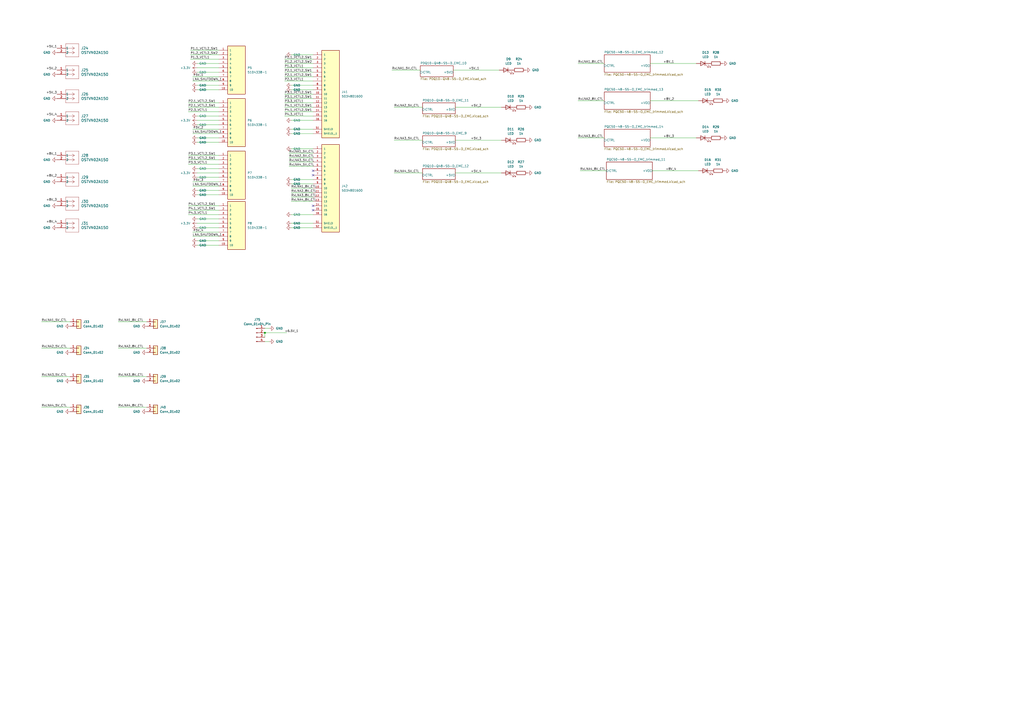
<source format=kicad_sch>
(kicad_sch (version 20231120) (generator "eeschema") (generator_version "8.0")
  (paper "A2")
  (lib_symbols
    (symbol "2024-02-14_22-22-09:OSTVN02A150" (pin_names (offset 0.254))
      (property "Reference" "J" (at 8.89 6.35 0))
      (property "Value" "OSTVN02A150" (at 5.08 -6.35 0))
      (symbol "OSTVN02A150_1_1"
        (polyline (pts (xy 5.08 -5.08) (xy 12.7 -5.08)) (stroke (width 0.127)))
        (polyline (pts (xy 5.08 2.54) (xy 5.08 -5.08)) (stroke (width 0.127)))
        (polyline (pts (xy 10.16 -2.54) (xy 5.08 -2.54)) (stroke (width 0.127)))
        (polyline (pts (xy 10.16 -2.54) (xy 8.89 -3.3867)) (stroke (width 0.127)))
        (polyline (pts (xy 10.16 -2.54) (xy 8.89 -1.6933)) (stroke (width 0.127)))
        (polyline (pts (xy 10.16 0) (xy 5.08 0)) (stroke (width 0.127)))
        (polyline (pts (xy 10.16 0) (xy 8.89 -0.8467)) (stroke (width 0.127)))
        (polyline (pts (xy 10.16 0) (xy 8.89 0.8467)) (stroke (width 0.127)))
        (polyline (pts (xy 12.7 -5.08) (xy 12.7 2.54)) (stroke (width 0.127)))
        (polyline (pts (xy 12.7 2.54) (xy 5.08 2.54)) (stroke (width 0.127)))
        (pin unspecified line (at 0 0 0) (length 5.08) (name "1") (number "1"))
        (pin unspecified line (at 0 -2.54 0) (length 5.08) (name "2") (number "2"))
      )
      (symbol "OSTVN02A150_1_2"
        (polyline (pts (xy 5.08 -5.08) (xy 12.7 -5.08)) (stroke (width 0.127)))
        (polyline (pts (xy 5.08 2.54) (xy 5.08 -5.08)) (stroke (width 0.127)))
        (polyline (pts (xy 7.62 -2.54) (xy 5.08 -2.54)) (stroke (width 0.127)))
        (polyline (pts (xy 7.62 -2.54) (xy 8.89 -3.3867)) (stroke (width 0.127)))
        (polyline (pts (xy 7.62 -2.54) (xy 8.89 -1.6933)) (stroke (width 0.127)))
        (polyline (pts (xy 7.62 0) (xy 5.08 0)) (stroke (width 0.127)))
        (polyline (pts (xy 7.62 0) (xy 8.89 -0.8467)) (stroke (width 0.127)))
        (polyline (pts (xy 7.62 0) (xy 8.89 0.8467)) (stroke (width 0.127)))
        (polyline (pts (xy 12.7 -5.08) (xy 12.7 2.54)) (stroke (width 0.127)))
        (polyline (pts (xy 12.7 2.54) (xy 5.08 2.54)) (stroke (width 0.127)))
        (pin unspecified line (at 0 0 0) (length 5.08) (name "1") (number "1"))
        (pin unspecified line (at 0 -2.54 0) (length 5.08) (name "2") (number "2"))
      )
    )
    (symbol "BCRL_power_supply:5034801600" (pin_names (offset 1.016))
      (property "Reference" "J" (at -5.08 24.13 0))
      (property "Value" "5034801600" (at -5.08 -30.48 0))
      (symbol "5034801600_0_0"
        (rectangle (start -5.08 -27.94) (end 5.08 22.86) (stroke (width 0.254)) (fill (type background)))
        (pin passive line (at -10.16 20.32 0) (length 5.08) (name "1") (number "1"))
        (pin passive line (at -10.16 -2.54 0) (length 5.08) (name "10") (number "10"))
        (pin passive line (at -10.16 -5.08 0) (length 5.08) (name "11") (number "11"))
        (pin passive line (at -10.16 -7.62 0) (length 5.08) (name "12") (number "12"))
        (pin passive line (at -10.16 -10.16 0) (length 5.08) (name "13") (number "13"))
        (pin passive line (at -10.16 -12.7 0) (length 5.08) (name "14") (number "14"))
        (pin passive line (at -10.16 -15.24 0) (length 5.08) (name "15") (number "15"))
        (pin passive line (at -10.16 -17.78 0) (length 5.08) (name "16") (number "16"))
        (pin passive line (at -10.16 17.78 0) (length 5.08) (name "2") (number "2"))
        (pin passive line (at -10.16 15.24 0) (length 5.08) (name "3") (number "3"))
        (pin passive line (at -10.16 12.7 0) (length 5.08) (name "4") (number "4"))
        (pin passive line (at -10.16 10.16 0) (length 5.08) (name "5") (number "5"))
        (pin passive line (at -10.16 7.62 0) (length 5.08) (name "6") (number "6"))
        (pin passive line (at -10.16 5.08 0) (length 5.08) (name "7") (number "7"))
        (pin passive line (at -10.16 2.54 0) (length 5.08) (name "8") (number "8"))
        (pin passive line (at -10.16 0 0) (length 5.08) (name "9") (number "9"))
        (pin passive line (at -10.16 -22.86 0) (length 5.08) (name "SHIELD") (number "S1"))
        (pin passive line (at -10.16 -25.4 0) (length 5.08) (name "SHIELD__1") (number "S2"))
      )
    )
    (symbol "BCRL_power_supply:5104338-1" (pin_names (offset 1.016))
      (property "Reference" "J" (at -5.58 15.24 0))
      (property "Value" "5104338-1" (at -5.08 -15.24 0))
      (symbol "5104338-1_0_0"
        (rectangle (start -5.08 -12.7) (end 5.08 15.24) (stroke (width 0.254)) (fill (type background)))
        (pin passive line (at -10.16 12.7 0) (length 5.08) (name "1") (number "1"))
        (pin passive line (at -10.16 -10.16 0) (length 5.08) (name "10") (number "10"))
        (pin passive line (at -10.16 10.16 0) (length 5.08) (name "2") (number "2"))
        (pin passive line (at -10.16 7.62 0) (length 5.08) (name "3") (number "3"))
        (pin passive line (at -10.16 5.08 0) (length 5.08) (name "4") (number "4"))
        (pin passive line (at -10.16 2.54 0) (length 5.08) (name "5") (number "5"))
        (pin passive line (at -10.16 0 0) (length 5.08) (name "6") (number "6"))
        (pin passive line (at -10.16 -2.54 0) (length 5.08) (name "7") (number "7"))
        (pin passive line (at -10.16 -5.08 0) (length 5.08) (name "8") (number "8"))
        (pin passive line (at -10.16 -7.62 0) (length 5.08) (name "9") (number "9"))
      )
    )
    (symbol "Connector:Conn_01x04_Pin" (pin_names (offset 1.016) hide)
      (property "Reference" "J" (at 0 5.08 0))
      (property "Value" "Conn_01x04_Pin" (at 0 -7.62 0))
      (symbol "Conn_01x04_Pin_1_1"
        (polyline (pts (xy 1.27 -5.08) (xy 0.8636 -5.08)) (stroke (width 0.1524)))
        (polyline (pts (xy 1.27 -2.54) (xy 0.8636 -2.54)) (stroke (width 0.1524)))
        (polyline (pts (xy 1.27 0) (xy 0.8636 0)) (stroke (width 0.1524)))
        (polyline (pts (xy 1.27 2.54) (xy 0.8636 2.54)) (stroke (width 0.1524)))
        (rectangle (start 0.8636 -4.953) (end 0 -5.207) (stroke (width 0.1524)) (fill (type outline)))
        (rectangle (start 0.8636 -2.413) (end 0 -2.667) (stroke (width 0.1524)) (fill (type outline)))
        (rectangle (start 0.8636 0.127) (end 0 -0.127) (stroke (width 0.1524)) (fill (type outline)))
        (rectangle (start 0.8636 2.667) (end 0 2.413) (stroke (width 0.1524)) (fill (type outline)))
        (pin passive line (at 5.08 2.54 180) (length 3.81) (name "Pin_1") (number "1"))
        (pin passive line (at 5.08 0 180) (length 3.81) (name "Pin_2") (number "2"))
        (pin passive line (at 5.08 -2.54 180) (length 3.81) (name "Pin_3") (number "3"))
        (pin passive line (at 5.08 -5.08 180) (length 3.81) (name "Pin_4") (number "4"))
      )
    )
    (symbol "Connector_Generic:Conn_01x02" (pin_names (offset 1.016) hide)
      (property "Reference" "J" (at 0 2.54 0))
      (property "Value" "Conn_01x02" (at 0 -5.08 0))
      (symbol "Conn_01x02_1_1"
        (rectangle (start -1.27 -2.413) (end 0 -2.667) (stroke (width 0.1524)))
        (rectangle (start -1.27 0.127) (end 0 -0.127) (stroke (width 0.1524)))
        (rectangle (start -1.27 1.27) (end 1.27 -3.81) (stroke (width 0.254)) (fill (type background)))
        (pin passive line (at -5.08 0 0) (length 3.81) (name "Pin_1") (number "1"))
        (pin passive line (at -5.08 -2.54 0) (length 3.81) (name "Pin_2") (number "2"))
      )
    )
    (symbol "Device:LED" (pin_numbers hide) (pin_names (offset 1.016) hide)
      (property "Reference" "D" (at 0 2.54 0))
      (property "Value" "LED" (at 0 -2.54 0))
      (symbol "LED_0_1"
        (polyline (pts (xy -1.27 -1.27) (xy -1.27 1.27)) (stroke (width 0.254)))
        (polyline (pts (xy -1.27 0) (xy 1.27 0)))
        (polyline (pts (xy 1.27 -1.27) (xy 1.27 1.27) (xy -1.27 0) (xy 1.27 -1.27)) (stroke (width 0.254)))
        (polyline (pts (xy -3.048 -0.762) (xy -4.572 -2.286) (xy -3.81 -2.286) (xy -4.572 -2.286) (xy -4.572 -1.524)))
        (polyline (pts (xy -1.778 -0.762) (xy -3.302 -2.286) (xy -2.54 -2.286) (xy -3.302 -2.286) (xy -3.302 -1.524)))
      )
      (symbol "LED_1_1"
        (pin passive line (at -3.81 0 0) (length 2.54) (name "K") (number "1"))
        (pin passive line (at 3.81 0 180) (length 2.54) (name "A") (number "2"))
      )
    )
    (symbol "Device:R" (pin_numbers hide) (pin_names (offset 0))
      (property "Reference" "R" (at 2.032 0 90))
      (property "Value" "R" (at 0 0 90))
      (symbol "R_0_1"
        (rectangle (start -1.016 -2.54) (end 1.016 2.54) (stroke (width 0.254)))
      )
      (symbol "R_1_1"
        (pin passive line (at 0 3.81 270) (length 1.27) (name "~") (number "1"))
        (pin passive line (at 0 -3.81 90) (length 1.27) (name "~") (number "2"))
      )
    )
    (symbol "power:+3.3V" (power) (pin_names (offset 0))
      (property "Value" "+3.3V" (at 0 3.556 0))
      (symbol "+3.3V_0_1"
        (polyline (pts (xy -0.762 1.27) (xy 0 2.54)))
        (polyline (pts (xy 0 0) (xy 0 2.54)))
        (polyline (pts (xy 0 2.54) (xy 0.762 1.27)))
      )
      (symbol "+3.3V_1_1"
        (pin power_in line (at 0 0 90) (length 0) hide (name "+3.3V") (number "1"))
      )
    )
    (symbol "power:GND" (power) (pin_names (offset 0))
      (property "Value" "GND" (at 0 -3.81 0))
      (symbol "GND_0_1"
        (polyline (pts (xy 0 0) (xy 0 -1.27) (xy 1.27 -1.27) (xy 0 -2.54) (xy -1.27 -1.27) (xy 0 -1.27)))
      )
      (symbol "GND_1_1"
        (pin power_in line (at 0 0 270) (length 0) hide (name "GND") (number "1"))
      )
    )
  )
  (junction (at 153.67 193.04))
  (no_connect (at 181.61 121.92))
  (no_connect (at 181.61 119.38))
  (no_connect (at 181.61 99.06))
  (no_connect (at 181.61 101.6))
  (wire (pts (xy 109.22 92.71) (xy 127 92.71)))
  (wire (pts (xy 111.76 46.99) (xy 127 46.99)))
  (wire (pts (xy 24.13 236.22) (xy 40.64 236.22)))
  (wire (pts (xy 111.76 107.95) (xy 127 107.95)))
  (wire (pts (xy 68.58 201.93) (xy 85.09 201.93)))
  (wire (pts (xy 68.58 218.44) (xy 85.09 218.44)))
  (wire (pts (xy 168.91 52.07) (xy 181.61 52.07)))
  (wire (pts (xy 264.16 62.23) (xy 290.83 62.23)))
  (wire (pts (xy 111.76 105.41) (xy 127 105.41)))
  (wire (pts (xy 114.3 132.08) (xy 127 132.08)))
  (wire (pts (xy 165.1 57.15) (xy 181.61 57.15)))
  (wire (pts (xy 165.1 64.77) (xy 181.61 64.77)))
  (wire (pts (xy 335.28 36.83) (xy 350.52 36.83)))
  (wire (pts (xy 68.58 236.22) (xy 85.09 236.22)))
  (wire (pts (xy 114.3 36.83) (xy 127 36.83)))
  (wire (pts (xy 264.16 100.33) (xy 290.83 100.33)))
  (wire (pts (xy 110.49 29.21) (xy 127 29.21)))
  (wire (pts (xy 110.49 34.29) (xy 127 34.29)))
  (wire (pts (xy 110.49 31.75) (xy 127 31.75)))
  (wire (pts (xy 168.91 116.84) (xy 181.61 116.84)))
  (wire (pts (xy 114.3 80.01) (xy 127 80.01)))
  (wire (pts (xy 109.22 90.17) (xy 127 90.17)))
  (wire (pts (xy 114.3 113.03) (xy 127 113.03)))
  (wire (pts (xy 165.1 54.61) (xy 181.61 54.61)))
  (wire (pts (xy 378.46 99.06) (xy 405.13 99.06)))
  (wire (pts (xy 167.64 93.98) (xy 181.61 93.98)))
  (wire (pts (xy 68.58 186.69) (xy 85.09 186.69)))
  (wire (pts (xy 114.3 129.54) (xy 127 129.54)))
  (wire (pts (xy 111.76 137.16) (xy 127 137.16)))
  (wire (pts (xy 168.91 31.75) (xy 181.61 31.75)))
  (wire (pts (xy 264.16 81.28) (xy 290.83 81.28)))
  (wire (pts (xy 114.3 97.79) (xy 127 97.79)))
  (wire (pts (xy 111.76 44.45) (xy 127 44.45)))
  (wire (pts (xy 165.1 34.29) (xy 181.61 34.29)))
  (wire (pts (xy 114.3 100.33) (xy 127 100.33)))
  (wire (pts (xy 228.6 62.23) (xy 245.11 62.23)))
  (wire (pts (xy 109.22 119.38) (xy 127 119.38)))
  (wire (pts (xy 109.22 62.23) (xy 127 62.23)))
  (wire (pts (xy 168.91 104.14) (xy 181.61 104.14)))
  (wire (pts (xy 168.91 86.36) (xy 181.61 86.36)))
  (wire (pts (xy 168.91 77.47) (xy 181.61 77.47)))
  (wire (pts (xy 109.22 59.69) (xy 127 59.69)))
  (wire (pts (xy 111.76 77.47) (xy 127 77.47)))
  (wire (pts (xy 156.21 190.5) (xy 153.67 190.5)))
  (wire (pts (xy 168.91 106.68) (xy 181.61 106.68)))
  (wire (pts (xy 153.67 193.04) (xy 166.37 193.04)))
  (wire (pts (xy 165.1 36.83) (xy 181.61 36.83)))
  (wire (pts (xy 114.3 82.55) (xy 127 82.55)))
  (wire (pts (xy 168.91 111.76) (xy 181.61 111.76)))
  (wire (pts (xy 114.3 102.87) (xy 127 102.87)))
  (wire (pts (xy 114.3 41.91) (xy 127 41.91)))
  (wire (pts (xy 167.64 96.52) (xy 181.61 96.52)))
  (wire (pts (xy 114.3 67.31) (xy 127 67.31)))
  (wire (pts (xy 168.91 124.46) (xy 181.61 124.46)))
  (wire (pts (xy 111.76 74.93) (xy 127 74.93)))
  (wire (pts (xy 111.76 134.62) (xy 127 134.62)))
  (wire (pts (xy 114.3 49.53) (xy 127 49.53)))
  (wire (pts (xy 165.1 41.91) (xy 181.61 41.91)))
  (wire (pts (xy 114.3 52.07) (xy 127 52.07)))
  (wire (pts (xy 262.89 40.64) (xy 289.56 40.64)))
  (wire (pts (xy 335.28 80.01) (xy 350.52 80.01)))
  (wire (pts (xy 377.19 58.42) (xy 405.13 58.42)))
  (wire (pts (xy 168.91 74.93) (xy 181.61 74.93)))
  (wire (pts (xy 114.3 72.39) (xy 127 72.39)))
  (wire (pts (xy 168.91 129.54) (xy 181.61 129.54)))
  (wire (pts (xy 168.91 114.3) (xy 181.61 114.3)))
  (wire (pts (xy 167.64 91.44) (xy 181.61 91.44)))
  (wire (pts (xy 114.3 69.85) (xy 127 69.85)))
  (wire (pts (xy 168.91 49.53) (xy 181.61 49.53)))
  (wire (pts (xy 228.6 81.28) (xy 245.11 81.28)))
  (wire (pts (xy 168.91 69.85) (xy 181.61 69.85)))
  (wire (pts (xy 165.1 62.23) (xy 181.61 62.23)))
  (wire (pts (xy 109.22 64.77) (xy 127 64.77)))
  (wire (pts (xy 114.3 39.37) (xy 127 39.37)))
  (wire (pts (xy 109.22 124.46) (xy 127 124.46)))
  (wire (pts (xy 377.19 80.01) (xy 403.86 80.01)))
  (wire (pts (xy 24.13 201.93) (xy 40.64 201.93)))
  (wire (pts (xy 165.1 44.45) (xy 181.61 44.45)))
  (wire (pts (xy 165.1 46.99) (xy 181.61 46.99)))
  (wire (pts (xy 114.3 110.49) (xy 127 110.49)))
  (wire (pts (xy 114.3 127) (xy 127 127)))
  (wire (pts (xy 24.13 218.44) (xy 40.64 218.44)))
  (wire (pts (xy 377.19 36.83) (xy 403.86 36.83)))
  (wire (pts (xy 165.1 67.31) (xy 181.61 67.31)))
  (wire (pts (xy 228.6 100.33) (xy 245.11 100.33)))
  (wire (pts (xy 153.67 195.58) (xy 153.67 193.04)))
  (wire (pts (xy 165.1 39.37) (xy 181.61 39.37)))
  (wire (pts (xy 114.3 139.7) (xy 127 139.7)))
  (wire (pts (xy 109.22 121.92) (xy 127 121.92)))
  (wire (pts (xy 109.22 95.25) (xy 127 95.25)))
  (wire (pts (xy 168.91 132.08) (xy 181.61 132.08)))
  (wire (pts (xy 227.33 40.64) (xy 243.84 40.64)))
  (wire (pts (xy 156.21 198.12) (xy 153.67 198.12)))
  (wire (pts (xy 167.64 88.9) (xy 181.61 88.9)))
  (wire (pts (xy 114.3 142.24) (xy 127 142.24)))
  (wire (pts (xy 24.13 186.69) (xy 40.64 186.69)))
  (wire (pts (xy 335.28 58.42) (xy 350.52 58.42)))
  (wire (pts (xy 165.1 59.69) (xy 181.61 59.69)))
  (wire (pts (xy 168.91 109.22) (xy 181.61 109.22)))
  (wire (pts (xy 336.55 99.06) (xy 351.79 99.06)))
  (label "+8V_4" (at 386.08 99.06 0))
  (label "+8V_2" (at 384.81 58.42 0))
  (label "P1.1_VCTL2_SW1" (at 165.1 34.29 0))
  (label "RxLNA1_8V_CTL" (at 68.58 186.69 0))
  (label "+5V_2" (at 273.05 62.23 0))
  (label "RxLNA4_8V_CTL" (at 168.91 116.84 0))
  (label "+5V_4" (at 273.05 100.33 0))
  (label "+5V_3" (at 111.76 105.41 0))
  (label "RxLNA2_8V_CTL" (at 68.58 201.93 0))
  (label "P3.1_VCTL2_SW1" (at 109.22 92.71 0))
  (label "RxLNA4_8V_CTL" (at 336.55 99.06 0))
  (label "P4.1_VCTL2_SW1" (at 165.1 62.23 0))
  (label "+5V_2" (at 33.02 40.64 180))
  (label "P1.2_VCTL2_SW2" (at 110.49 31.75 0))
  (label "P2.3_VCTL1" (at 165.1 46.99 0))
  (label "+5V_1" (at 111.76 44.45 0))
  (label "P2.3_VCTL1" (at 109.22 64.77 0))
  (label "P3.1_VCTL2_SW1" (at 109.22 90.17 0))
  (label "P4.1_VCTL2_SW1" (at 165.1 64.77 0))
  (label "RxLNA2_8V_CTL" (at 168.91 111.76 0))
  (label "+6.5V_1" (at 165.1 193.04 0))
  (label "+5V_2" (at 111.76 74.93 0))
  (label "P3.3_VCTL1" (at 109.22 95.25 0))
  (label "+8V_3" (at 33.02 116.84 180))
  (label "RxLNA4_5V_CTL" (at 24.13 236.22 0))
  (label "P2.1_VCTL2_SW1" (at 165.1 41.91 0))
  (label "RxLNA3_8V_CTL" (at 335.28 80.01 0))
  (label "LNA_SHUTDOWN_1" (at 111.76 137.16 0))
  (label "LNA_SHUTDOWN_1" (at 111.76 77.47 0))
  (label "LNA_SHUTDOWN_1" (at 111.76 46.99 0))
  (label "P1.2_VCTL2_SW2" (at 165.1 36.83 0))
  (label "P1.1_VCTL2_SW1" (at 110.49 29.21 0))
  (label "RxLNA1_8V_CTL" (at 168.91 109.22 0))
  (label "RxLNA3_5V_CTL" (at 167.64 93.98 0))
  (label "P2.1_VCTL2_SW1" (at 109.22 59.69 0))
  (label "+5V_3" (at 273.05 81.28 0))
  (label "RxLNA1_5V_CTL" (at 24.13 186.69 0))
  (label "P3.1_VCTL2_SW1" (at 165.1 57.15 0))
  (label "RxLNA1_5V_CTL" (at 167.64 88.9 0))
  (label "+5V_4" (at 33.02 67.31 180))
  (label "RxLNA4_5V_CTL" (at 167.64 96.52 0))
  (label "RxLNA1_8V_CTL" (at 335.28 36.83 0))
  (label "RxLNA3_8V_CTL" (at 168.91 114.3 0))
  (label "P1.3_VCTL1" (at 110.49 34.29 0))
  (label "P4.1_VCTL2_SW1" (at 109.22 119.38 0))
  (label "P4.3_VCTL1" (at 109.22 124.46 0))
  (label "+8V_2" (at 33.02 102.87 180))
  (label "RxLNA3_5V_CTL" (at 24.13 218.44 0))
  (label "P2.1_VCTL2_SW1" (at 165.1 44.45 0))
  (label "RxLNA4_8V_CTL" (at 68.58 236.22 0))
  (label "P3.3_VCTL1" (at 165.1 59.69 0))
  (label "P4.1_VCTL2_SW1" (at 109.22 121.92 0))
  (label "+5V_1" (at 33.02 27.94 180))
  (label "LNA_SHUTDOWN_1" (at 111.76 107.95 0))
  (label "RxLNA3_8V_CTL" (at 68.58 218.44 0))
  (label "+5V_3" (at 33.02 54.61 180))
  (label "P3.1_VCTL2_SW1" (at 165.1 54.61 0))
  (label "+8V_1" (at 33.02 90.17 180))
  (label "RxLNA2_8V_CTL" (at 335.28 58.42 0))
  (label "+5V_1" (at 271.78 40.64 0))
  (label "+8V_3" (at 384.81 80.01 0))
  (label "RxLNA3_5V_CTL" (at 228.6 81.28 0))
  (label "RxLNA2_5V_CTL" (at 24.13 201.93 0))
  (label "P4.3_VCTL1" (at 165.1 67.31 0))
  (label "RxLNA4_5V_CTL" (at 228.6 100.33 0))
  (label "RxLNA2_5V_CTL" (at 228.6 62.23 0))
  (label "P1.3_VCTL1" (at 165.1 39.37 0))
  (label "+5V_4" (at 111.76 134.62 0))
  (label "P2.1_VCTL2_SW1" (at 109.22 62.23 0))
  (label "RxLNA1_5V_CTL" (at 227.33 40.64 0))
  (label "RxLNA2_5V_CTL" (at 167.64 91.44 0))
  (label "+8V_4" (at 33.02 129.54 180))
  (label "+8V_1" (at 384.81 36.83 0))
  (symbol (lib_id "BCRL_power_supply:5104338-1") (at 137.16 72.39 0) (unit 1)
    (property "Reference" "P6" (at 143.51 69.85 0) (effects (justify left)))
    (property "Value" "5104338-1" (at 143.51 72.39 0) (effects (justify left)))
    (property "Footprint" "BCRL_power_supply:TE_5104338-1" (effects (hide yes)))
    (property "PARTREV" "R" (effects (hide yes)))
    (property "MANUFACTURER" "TE" (effects (hide yes)))
  )
  (symbol (lib_id "power:GND") (at 33.02 132.08 270) (unit 1)
    (property "Reference" "#PWR088" (effects (hide yes)))
    (property "Value" "GND" (at 29.21 132.08 90) (effects (justify right)))
  )
  (symbol (lib_id "Connector_Generic:Conn_01x02") (at 45.72 218.44 0) (unit 1)
    (property "Reference" "J35" (at 48.26 218.44 0) (effects (justify left)))
    (property "Value" "Conn_01x02" (at 48.26 220.98 0) (effects (justify left)))
    (property "Footprint" "Connector_PinHeader_2.54mm:PinHeader_1x02_P2.54mm_Vertical" (effects (hide yes)))
  )
  (symbol (lib_id "Device:R") (at 302.26 81.28 270) (mirror x) (unit 1)
    (property "Reference" "R26" (at 302.26 74.93 90))
    (property "Value" "1k" (at 302.26 77.47 90))
    (property "Footprint" "Resistor_SMD:R_0603_1608Metric" (effects (hide yes)))
  )
  (symbol (lib_id "Connector_Generic:Conn_01x02") (at 90.17 201.93 0) (unit 1)
    (property "Reference" "J38" (at 92.71 201.93 0) (effects (justify left)))
    (property "Value" "Conn_01x02" (at 92.71 204.47 0) (effects (justify left)))
    (property "Footprint" "Connector_PinHeader_2.54mm:PinHeader_1x02_P2.54mm_Vertical" (effects (hide yes)))
  )
  (symbol (lib_id "Device:LED") (at 408.94 99.06 0) (mirror y) (unit 1)
    (property "Reference" "D16" (at 410.5275 92.71 0))
    (property "Value" "LED" (at 410.5275 95.25 0))
    (property "Footprint" "LED_SMD:LED_0603_1608Metric" (effects (hide yes)))
  )
  (symbol (lib_id "power:GND") (at 168.91 129.54 270) (unit 1)
    (property "Reference" "#PWR0120" (effects (hide yes)))
    (property "Value" "GND" (at 170.18 129.54 90) (effects (justify left)))
  )
  (symbol (lib_id "power:GND") (at 114.3 132.08 270) (unit 1)
    (property "Reference" "#PWR0109" (effects (hide yes)))
    (property "Value" "GND" (at 115.57 132.08 90) (effects (justify left)))
  )
  (symbol (lib_id "power:GND") (at 85.09 220.98 270) (unit 1)
    (property "Reference" "#PWR096" (effects (hide yes)))
    (property "Value" "GND" (at 81.28 220.98 90) (effects (justify right)))
  )
  (symbol (lib_id "power:GND") (at 168.91 124.46 270) (unit 1)
    (property "Reference" "#PWR0119" (effects (hide yes)))
    (property "Value" "GND" (at 170.18 124.46 90) (effects (justify left)))
  )
  (symbol (lib_id "power:GND") (at 156.21 190.5 90) (unit 1)
    (property "Reference" "#PWR0258" (effects (hide yes)))
    (property "Value" "GND" (at 160.02 190.5 90) (effects (justify right)))
  )
  (symbol (lib_id "power:GND") (at 114.3 80.01 270) (unit 1)
    (property "Reference" "#PWR0262" (effects (hide yes)))
    (property "Value" "GND" (at 115.57 80.01 90) (effects (justify left)))
  )
  (symbol (lib_id "power:GND") (at 168.91 106.68 270) (unit 1)
    (property "Reference" "#PWR0118" (effects (hide yes)))
    (property "Value" "GND" (at 170.18 106.68 90) (effects (justify left)))
  )
  (symbol (lib_id "power:GND") (at 114.3 102.87 270) (unit 1)
    (property "Reference" "#PWR0106" (effects (hide yes)))
    (property "Value" "GND" (at 115.57 102.87 90) (effects (justify left)))
  )
  (symbol (lib_id "power:GND") (at 168.91 86.36 270) (unit 1)
    (property "Reference" "#PWR0116" (effects (hide yes)))
    (property "Value" "GND" (at 170.18 86.36 90) (effects (justify left)))
  )
  (symbol (lib_id "power:GND") (at 114.3 36.83 270) (unit 1)
    (property "Reference" "#PWR098" (effects (hide yes)))
    (property "Value" "GND" (at 115.57 36.83 90) (effects (justify left)))
  )
  (symbol (lib_id "power:GND") (at 85.09 204.47 270) (unit 1)
    (property "Reference" "#PWR095" (effects (hide yes)))
    (property "Value" "GND" (at 81.28 204.47 90) (effects (justify right)))
  )
  (symbol (lib_id "Device:LED") (at 407.67 80.01 0) (mirror y) (unit 1)
    (property "Reference" "D14" (at 409.2575 73.66 0))
    (property "Value" "LED" (at 409.2575 76.2 0))
    (property "Footprint" "LED_SMD:LED_0603_1608Metric" (effects (hide yes)))
  )
  (symbol (lib_id "BCRL_power_supply:5034801600") (at 191.77 52.07 0) (unit 1)
    (property "Reference" "J41" (at 198.12 53.34 0) (effects (justify left)))
    (property "Value" "5034801600" (at 198.12 55.88 0) (effects (justify left)))
    (property "Footprint" "BCRL_power_supply:MOLEX_5034801600" (effects (hide yes)))
    (property "MAXIMUM_PACKAGE_HEIGHT" "1.87 mm" (effects (hide yes)))
    (property "MANUFACTURER" "Molex" (effects (hide yes)))
  )
  (symbol (lib_id "Connector_Generic:Conn_01x02") (at 90.17 236.22 0) (unit 1)
    (property "Reference" "J40" (at 92.71 236.22 0) (effects (justify left)))
    (property "Value" "Conn_01x02" (at 92.71 238.76 0) (effects (justify left)))
    (property "Footprint" "Connector_PinHeader_2.54mm:PinHeader_1x02_P2.54mm_Vertical" (effects (hide yes)))
  )
  (symbol (lib_id "power:+3.3V") (at 114.3 129.54 90) (unit 1)
    (property "Reference" "#PWR0108" (effects (hide yes)))
    (property "Value" "+3.3V" (at 110.49 129.54 90) (effects (justify left)))
  )
  (symbol (lib_id "power:GND") (at 114.3 113.03 270) (unit 1)
    (property "Reference" "#PWR0265" (effects (hide yes)))
    (property "Value" "GND" (at 115.57 113.03 90) (effects (justify left)))
  )
  (symbol (lib_id "Connector_Generic:Conn_01x02") (at 90.17 218.44 0) (unit 1)
    (property "Reference" "J39" (at 92.71 218.44 0) (effects (justify left)))
    (property "Value" "Conn_01x02" (at 92.71 220.98 0) (effects (justify left)))
    (property "Footprint" "Connector_PinHeader_2.54mm:PinHeader_1x02_P2.54mm_Vertical" (effects (hide yes)))
  )
  (symbol (lib_id "2024-02-14_22-22-09:OSTVN02A150") (at 33.02 129.54 0) (unit 1)
    (property "Reference" "J31" (at 46.99 129.54 0) (effects (font (size 1.524 1.524)) (justify left)))
    (property "Value" "OSTVN02A150" (at 46.99 132.08 0) (effects (font (size 1.524 1.524)) (justify left)))
    (property "Footprint" "BCRL_power_supply:CONN_OSTVN02A150_OST" (effects (hide yes)))
  )
  (symbol (lib_id "BCRL_power_supply:5104338-1") (at 137.16 132.08 0) (unit 1)
    (property "Reference" "P8" (at 143.51 129.54 0) (effects (justify left)))
    (property "Value" "5104338-1" (at 143.51 132.08 0) (effects (justify left)))
    (property "Footprint" "BCRL_power_supply:TE_5104338-1" (effects (hide yes)))
    (property "PARTREV" "R" (effects (hide yes)))
    (property "MANUFACTURER" "TE" (effects (hide yes)))
  )
  (symbol (lib_id "Device:R") (at 302.26 62.23 270) (mirror x) (unit 1)
    (property "Reference" "R25" (at 302.26 55.88 90))
    (property "Value" "1k" (at 302.26 58.42 90))
    (property "Footprint" "Resistor_SMD:R_0603_1608Metric" (effects (hide yes)))
  )
  (symbol (lib_id "power:+3.3V") (at 114.3 39.37 90) (unit 1)
    (property "Reference" "#PWR099" (effects (hide yes)))
    (property "Value" "+3.3V" (at 110.49 39.37 90) (effects (justify left)))
  )
  (symbol (lib_id "power:GND") (at 40.64 204.47 270) (unit 1)
    (property "Reference" "#PWR090" (effects (hide yes)))
    (property "Value" "GND" (at 36.83 204.47 90) (effects (justify right)))
  )
  (symbol (lib_id "2024-02-14_22-22-09:OSTVN02A150") (at 33.02 90.17 0) (unit 1)
    (property "Reference" "J28" (at 46.99 90.17 0) (effects (font (size 1.524 1.524)) (justify left)))
    (property "Value" "OSTVN02A150" (at 46.99 92.71 0) (effects (font (size 1.524 1.524)) (justify left)))
    (property "Footprint" "BCRL_power_supply:CONN_OSTVN02A150_OST" (effects (hide yes)))
  )
  (symbol (lib_id "Connector_Generic:Conn_01x02") (at 45.72 201.93 0) (unit 1)
    (property "Reference" "J34" (at 48.26 201.93 0) (effects (justify left)))
    (property "Value" "Conn_01x02" (at 48.26 204.47 0) (effects (justify left)))
    (property "Footprint" "Connector_PinHeader_2.54mm:PinHeader_1x02_P2.54mm_Vertical" (effects (hide yes)))
  )
  (symbol (lib_id "power:GND") (at 114.3 72.39 270) (unit 1)
    (property "Reference" "#PWR0103" (effects (hide yes)))
    (property "Value" "GND" (at 115.57 72.39 90) (effects (justify left)))
  )
  (symbol (lib_id "power:GND") (at 33.02 30.48 270) (unit 1)
    (property "Reference" "#PWR081" (effects (hide yes)))
    (property "Value" "GND" (at 29.21 30.48 90) (effects (justify right)))
  )
  (symbol (lib_id "Device:LED") (at 294.64 100.33 0) (mirror y) (unit 1)
    (property "Reference" "D12" (at 296.2275 93.98 0))
    (property "Value" "LED" (at 296.2275 96.52 0))
    (property "Footprint" "LED_SMD:LED_0603_1608Metric" (effects (hide yes)))
  )
  (symbol (lib_id "Device:LED") (at 407.67 36.83 0) (mirror y) (unit 1)
    (property "Reference" "D13" (at 409.2575 30.48 0))
    (property "Value" "LED" (at 409.2575 33.02 0))
    (property "Footprint" "LED_SMD:LED_0603_1608Metric" (effects (hide yes)))
  )
  (symbol (lib_id "Device:R") (at 415.29 36.83 270) (mirror x) (unit 1)
    (property "Reference" "R28" (at 415.29 30.48 90))
    (property "Value" "1k" (at 415.29 33.02 90))
    (property "Footprint" "Resistor_SMD:R_0603_1608Metric" (effects (hide yes)))
  )
  (symbol (lib_id "Connector:Conn_01x04_Pin") (at 148.59 193.04 0) (unit 1)
    (property "Reference" "J75" (at 149.225 185.42 0))
    (property "Value" "Conn_01x04_Pin" (at 149.225 187.96 0))
    (property "Footprint" "Connector_PinHeader_2.54mm:PinHeader_1x04_P2.54mm_Vertical" (effects (hide yes)))
  )
  (symbol (lib_id "Device:R") (at 300.99 40.64 270) (mirror x) (unit 1)
    (property "Reference" "R24" (at 300.99 34.29 90))
    (property "Value" "1k" (at 300.99 36.83 90))
    (property "Footprint" "Resistor_SMD:R_0603_1608Metric" (effects (hide yes)))
  )
  (symbol (lib_id "power:GND") (at 168.91 69.85 270) (unit 1)
    (property "Reference" "#PWR0113" (effects (hide yes)))
    (property "Value" "GND" (at 170.18 69.85 90) (effects (justify left)))
  )
  (symbol (lib_id "Device:LED") (at 294.64 81.28 0) (mirror y) (unit 1)
    (property "Reference" "D11" (at 296.2275 74.93 0))
    (property "Value" "LED" (at 296.2275 77.47 0))
    (property "Footprint" "LED_SMD:LED_0603_1608Metric" (effects (hide yes)))
  )
  (symbol (lib_id "power:GND") (at 114.3 52.07 270) (unit 1)
    (property "Reference" "#PWR0261" (effects (hide yes)))
    (property "Value" "GND" (at 115.57 52.07 90) (effects (justify left)))
  )
  (symbol (lib_id "2024-02-14_22-22-09:OSTVN02A150") (at 33.02 67.31 0) (unit 1)
    (property "Reference" "J27" (at 46.99 67.31 0) (effects (font (size 1.524 1.524)) (justify left)))
    (property "Value" "OSTVN02A150" (at 46.99 69.85 0) (effects (font (size 1.524 1.524)) (justify left)))
    (property "Footprint" "BCRL_power_supply:CONN_OSTVN02A150_OST" (effects (hide yes)))
  )
  (symbol (lib_id "power:GND") (at 304.8 40.64 90) (mirror x) (unit 1)
    (property "Reference" "#PWR0122" (effects (hide yes)))
    (property "Value" "GND" (at 308.61 40.64 90) (effects (justify right)))
  )
  (symbol (lib_id "2024-02-14_22-22-09:OSTVN02A150") (at 33.02 27.94 0) (unit 1)
    (property "Reference" "J24" (at 46.99 27.94 0) (effects (font (size 1.524 1.524)) (justify left)))
    (property "Value" "OSTVN02A150" (at 46.99 30.48 0) (effects (font (size 1.524 1.524)) (justify left)))
    (property "Footprint" "BCRL_power_supply:CONN_OSTVN02A150_OST" (effects (hide yes)))
  )
  (symbol (lib_id "power:GND") (at 40.64 189.23 270) (unit 1)
    (property "Reference" "#PWR089" (effects (hide yes)))
    (property "Value" "GND" (at 36.83 189.23 90) (effects (justify right)))
  )
  (symbol (lib_id "BCRL_power_supply:5034801600") (at 191.77 106.68 0) (unit 1)
    (property "Reference" "J42" (at 198.12 107.95 0) (effects (justify left)))
    (property "Value" "5034801600" (at 198.12 110.49 0) (effects (justify left)))
    (property "Footprint" "BCRL_power_supply:MOLEX_5034801600" (effects (hide yes)))
    (property "MAXIMUM_PACKAGE_HEIGHT" "1.87 mm" (effects (hide yes)))
    (property "MANUFACTURER" "Molex" (effects (hide yes)))
  )
  (symbol (lib_id "power:GND") (at 33.02 57.15 270) (unit 1)
    (property "Reference" "#PWR083" (effects (hide yes)))
    (property "Value" "GND" (at 29.21 57.15 90) (effects (justify right)))
  )
  (symbol (lib_id "power:GND") (at 420.37 99.06 90) (mirror x) (unit 1)
    (property "Reference" "#PWR0129" (effects (hide yes)))
    (property "Value" "GND" (at 424.18 99.06 90) (effects (justify right)))
  )
  (symbol (lib_id "power:GND") (at 85.09 238.76 270) (unit 1)
    (property "Reference" "#PWR097" (effects (hide yes)))
    (property "Value" "GND" (at 81.28 238.76 90) (effects (justify right)))
  )
  (symbol (lib_id "2024-02-14_22-22-09:OSTVN02A150") (at 33.02 54.61 0) (unit 1)
    (property "Reference" "J26" (at 46.99 54.61 0) (effects (font (size 1.524 1.524)) (justify left)))
    (property "Value" "OSTVN02A150" (at 46.99 57.15 0) (effects (font (size 1.524 1.524)) (justify left)))
    (property "Footprint" "BCRL_power_supply:CONN_OSTVN02A150_OST" (effects (hide yes)))
  )
  (symbol (lib_id "power:GND") (at 168.91 49.53 270) (unit 1)
    (property "Reference" "#PWR0111" (effects (hide yes)))
    (property "Value" "GND" (at 170.18 49.53 90) (effects (justify left)))
  )
  (symbol (lib_id "power:GND") (at 168.91 52.07 270) (unit 1)
    (property "Reference" "#PWR0112" (effects (hide yes)))
    (property "Value" "GND" (at 170.18 52.07 90) (effects (justify left)))
  )
  (symbol (lib_id "power:GND") (at 33.02 92.71 270) (unit 1)
    (property "Reference" "#PWR085" (effects (hide yes)))
    (property "Value" "GND" (at 29.21 92.71 90) (effects (justify right)))
  )
  (symbol (lib_id "power:+3.3V") (at 114.3 100.33 90) (unit 1)
    (property "Reference" "#PWR0105" (effects (hide yes)))
    (property "Value" "+3.3V" (at 110.49 100.33 90) (effects (justify left)))
  )
  (symbol (lib_id "power:GND") (at 306.07 100.33 90) (mirror x) (unit 1)
    (property "Reference" "#PWR0125" (effects (hide yes)))
    (property "Value" "GND" (at 309.88 100.33 90) (effects (justify right)))
  )
  (symbol (lib_id "power:GND") (at 33.02 119.38 270) (unit 1)
    (property "Reference" "#PWR087" (effects (hide yes)))
    (property "Value" "GND" (at 29.21 119.38 90) (effects (justify right)))
  )
  (symbol (lib_id "Connector_Generic:Conn_01x02") (at 90.17 186.69 0) (unit 1)
    (property "Reference" "J37" (at 92.71 186.69 0) (effects (justify left)))
    (property "Value" "Conn_01x02" (at 92.71 189.23 0) (effects (justify left)))
    (property "Footprint" "Connector_PinHeader_2.54mm:PinHeader_1x02_P2.54mm_Vertical" (effects (hide yes)))
  )
  (symbol (lib_id "power:GND") (at 114.3 49.53 270) (unit 1)
    (property "Reference" "#PWR0260" (effects (hide yes)))
    (property "Value" "GND" (at 115.57 49.53 90) (effects (justify left)))
  )
  (symbol (lib_id "2024-02-14_22-22-09:OSTVN02A150") (at 33.02 40.64 0) (unit 1)
    (property "Reference" "J25" (at 46.99 40.64 0) (effects (font (size 1.524 1.524)) (justify left)))
    (property "Value" "OSTVN02A150" (at 46.99 43.18 0) (effects (font (size 1.524 1.524)) (justify left)))
    (property "Footprint" "BCRL_power_supply:CONN_OSTVN02A150_OST" (effects (hide yes)))
  )
  (symbol (lib_id "Device:R") (at 302.26 100.33 270) (mirror x) (unit 1)
    (property "Reference" "R27" (at 302.26 93.98 90))
    (property "Value" "1k" (at 302.26 96.52 90))
    (property "Footprint" "Resistor_SMD:R_0603_1608Metric" (effects (hide yes)))
  )
  (symbol (lib_id "power:GND") (at 114.3 82.55 270) (unit 1)
    (property "Reference" "#PWR0263" (effects (hide yes)))
    (property "Value" "GND" (at 115.57 82.55 90) (effects (justify left)))
  )
  (symbol (lib_id "power:GND") (at 40.64 238.76 270) (unit 1)
    (property "Reference" "#PWR092" (effects (hide yes)))
    (property "Value" "GND" (at 36.83 238.76 90) (effects (justify right)))
  )
  (symbol (lib_id "power:GND") (at 168.91 104.14 270) (unit 1)
    (property "Reference" "#PWR0117" (effects (hide yes)))
    (property "Value" "GND" (at 170.18 104.14 90) (effects (justify left)))
  )
  (symbol (lib_id "power:GND") (at 33.02 69.85 270) (unit 1)
    (property "Reference" "#PWR084" (effects (hide yes)))
    (property "Value" "GND" (at 29.21 69.85 90) (effects (justify right)))
  )
  (symbol (lib_id "power:GND") (at 168.91 74.93 270) (unit 1)
    (property "Reference" "#PWR0114" (effects (hide yes)))
    (property "Value" "GND" (at 170.18 74.93 90) (effects (justify left)))
  )
  (symbol (lib_id "power:GND") (at 168.91 132.08 270) (unit 1)
    (property "Reference" "#PWR0121" (effects (hide yes)))
    (property "Value" "GND" (at 170.18 132.08 90) (effects (justify left)))
  )
  (symbol (lib_id "BCRL_power_supply:5104338-1") (at 137.16 102.87 0) (unit 1)
    (property "Reference" "P7" (at 143.51 100.33 0) (effects (justify left)))
    (property "Value" "5104338-1" (at 143.51 102.87 0) (effects (justify left)))
    (property "Footprint" "BCRL_power_supply:TE_5104338-1" (effects (hide yes)))
    (property "PARTREV" "R" (effects (hide yes)))
    (property "MANUFACTURER" "TE" (effects (hide yes)))
  )
  (symbol (lib_id "power:GND") (at 33.02 105.41 270) (unit 1)
    (property "Reference" "#PWR086" (effects (hide yes)))
    (property "Value" "GND" (at 29.21 105.41 90) (effects (justify right)))
  )
  (symbol (lib_id "power:GND") (at 114.3 127 270) (unit 1)
    (property "Reference" "#PWR0107" (effects (hide yes)))
    (property "Value" "GND" (at 115.57 127 90) (effects (justify left)))
  )
  (symbol (lib_id "power:GND") (at 114.3 110.49 270) (unit 1)
    (property "Reference" "#PWR0264" (effects (hide yes)))
    (property "Value" "GND" (at 115.57 110.49 90) (effects (justify left)))
  )
  (symbol (lib_id "power:GND") (at 419.1 80.01 90) (mirror x) (unit 1)
    (property "Reference" "#PWR0127" (effects (hide yes)))
    (property "Value" "GND" (at 422.91 80.01 90) (effects (justify right)))
  )
  (symbol (lib_id "power:GND") (at 306.07 62.23 90) (mirror x) (unit 1)
    (property "Reference" "#PWR0123" (effects (hide yes)))
    (property "Value" "GND" (at 309.88 62.23 90) (effects (justify right)))
  )
  (symbol (lib_id "Device:R") (at 416.56 58.42 270) (mirror x) (unit 1)
    (property "Reference" "R30" (at 416.56 52.07 90))
    (property "Value" "1k" (at 416.56 54.61 90))
    (property "Footprint" "Resistor_SMD:R_0603_1608Metric" (effects (hide yes)))
  )
  (symbol (lib_id "BCRL_power_supply:5104338-1") (at 137.16 41.91 0) (unit 1)
    (property "Reference" "P5" (at 143.51 39.37 0) (effects (justify left)))
    (property "Value" "5104338-1" (at 143.51 41.91 0) (effects (justify left)))
    (property "Footprint" "BCRL_power_supply:TE_5104338-1" (effects (hide yes)))
    (property "PARTREV" "R" (effects (hide yes)))
    (property "MANUFACTURER" "TE" (effects (hide yes)))
  )
  (symbol (lib_id "power:GND") (at 114.3 41.91 270) (unit 1)
    (property "Reference" "#PWR0100" (effects (hide yes)))
    (property "Value" "GND" (at 115.57 41.91 90) (effects (justify left)))
  )
  (symbol (lib_id "power:GND") (at 114.3 142.24 270) (unit 1)
    (property "Reference" "#PWR0267" (effects (hide yes)))
    (property "Value" "GND" (at 115.57 142.24 90) (effects (justify left)))
  )
  (symbol (lib_id "Device:LED") (at 293.37 40.64 0) (mirror y) (unit 1)
    (property "Reference" "D9" (at 294.9575 34.29 0))
    (property "Value" "LED" (at 294.9575 36.83 0))
    (property "Footprint" "LED_SMD:LED_0603_1608Metric" (effects (hide yes)))
  )
  (symbol (lib_id "power:GND") (at 40.64 220.98 270) (unit 1)
    (property "Reference" "#PWR091" (effects (hide yes)))
    (property "Value" "GND" (at 36.83 220.98 90) (effects (justify right)))
  )
  (symbol (lib_id "Connector_Generic:Conn_01x02") (at 45.72 186.69 0) (unit 1)
    (property "Reference" "J33" (at 48.26 186.69 0) (effects (justify left)))
    (property "Value" "Conn_01x02" (at 48.26 189.23 0) (effects (justify left)))
    (property "Footprint" "Connector_PinHeader_2.54mm:PinHeader_1x02_P2.54mm_Vertical" (effects (hide yes)))
  )
  (symbol (lib_id "power:GND") (at 114.3 97.79 270) (unit 1)
    (property "Reference" "#PWR0104" (effects (hide yes)))
    (property "Value" "GND" (at 115.57 97.79 90) (effects (justify left)))
  )
  (symbol (lib_id "Device:LED") (at 294.64 62.23 0) (mirror y) (unit 1)
    (property "Reference" "D10" (at 296.2275 55.88 0))
    (property "Value" "LED" (at 296.2275 58.42 0))
    (property "Footprint" "LED_SMD:LED_0603_1608Metric" (effects (hide yes)))
  )
  (symbol (lib_id "power:GND") (at 168.91 77.47 270) (unit 1)
    (property "Reference" "#PWR0115" (effects (hide yes)))
    (property "Value" "GND" (at 170.18 77.47 90) (effects (justify left)))
  )
  (symbol (lib_id "power:GND") (at 306.07 81.28 90) (mirror x) (unit 1)
    (property "Reference" "#PWR0124" (effects (hide yes)))
    (property "Value" "GND" (at 309.88 81.28 90) (effects (justify right)))
  )
  (symbol (lib_id "Connector_Generic:Conn_01x02") (at 45.72 236.22 0) (unit 1)
    (property "Reference" "J36" (at 48.26 236.22 0) (effects (justify left)))
    (property "Value" "Conn_01x02" (at 48.26 238.76 0) (effects (justify left)))
    (property "Footprint" "Connector_PinHeader_2.54mm:PinHeader_1x02_P2.54mm_Vertical" (effects (hide yes)))
  )
  (symbol (lib_id "Device:R") (at 415.29 80.01 270) (mirror x) (unit 1)
    (property "Reference" "R29" (at 415.29 73.66 90))
    (property "Value" "1k" (at 415.29 76.2 90))
    (property "Footprint" "Resistor_SMD:R_0603_1608Metric" (effects (hide yes)))
  )
  (symbol (lib_id "power:+3.3V") (at 114.3 69.85 90) (unit 1)
    (property "Reference" "#PWR0102" (effects (hide yes)))
    (property "Value" "+3.3V" (at 110.49 69.85 90) (effects (justify left)))
  )
  (symbol (lib_id "power:GND") (at 168.91 31.75 270) (unit 1)
    (property "Reference" "#PWR0110" (effects (hide yes)))
    (property "Value" "GND" (at 170.18 31.75 90) (effects (justify left)))
  )
  (symbol (lib_id "power:GND") (at 114.3 139.7 270) (unit 1)
    (property "Reference" "#PWR0266" (effects (hide yes)))
    (property "Value" "GND" (at 115.57 139.7 90) (effects (justify left)))
  )
  (symbol (lib_id "2024-02-14_22-22-09:OSTVN02A150") (at 33.02 116.84 0) (unit 1)
    (property "Reference" "J30" (at 46.99 116.84 0) (effects (font (size 1.524 1.524)) (justify left)))
    (property "Value" "OSTVN02A150" (at 46.99 119.38 0) (effects (font (size 1.524 1.524)) (justify left)))
    (property "Footprint" "BCRL_power_supply:CONN_OSTVN02A150_OST" (effects (hide yes)))
  )
  (symbol (lib_id "power:GND") (at 156.21 198.12 90) (unit 1)
    (property "Reference" "#PWR0259" (effects (hide yes)))
    (property "Value" "GND" (at 160.02 198.12 90) (effects (justify right)))
  )
  (symbol (lib_id "power:GND") (at 85.09 189.23 270) (unit 1)
    (property "Reference" "#PWR094" (effects (hide yes)))
    (property "Value" "GND" (at 81.28 189.23 90) (effects (justify right)))
  )
  (symbol (lib_id "power:GND") (at 33.02 43.18 270) (unit 1)
    (property "Reference" "#PWR082" (effects (hide yes)))
    (property "Value" "GND" (at 29.21 43.18 90) (effects (justify right)))
  )
  (symbol (lib_id "power:GND") (at 420.37 58.42 90) (mirror x) (unit 1)
    (property "Reference" "#PWR0128" (effects (hide yes)))
    (property "Value" "GND" (at 424.18 58.42 90) (effects (justify right)))
  )
  (symbol (lib_id "Device:LED") (at 408.94 58.42 0) (mirror y) (unit 1)
    (property "Reference" "D15" (at 410.5275 52.07 0))
    (property "Value" "LED" (at 410.5275 54.61 0))
    (property "Footprint" "LED_SMD:LED_0603_1608Metric" (effects (hide yes)))
  )
  (symbol (lib_id "power:GND") (at 419.1 36.83 90) (mirror x) (unit 1)
    (property "Reference" "#PWR0126" (effects (hide yes)))
    (property "Value" "GND" (at 422.91 36.83 90) (effects (justify right)))
  )
  (symbol (lib_id "power:GND") (at 114.3 67.31 270) (unit 1)
    (property "Reference" "#PWR0101" (effects (hide yes)))
    (property "Value" "GND" (at 115.57 67.31 90) (effects (justify left)))
  )
  (symbol (lib_id "Device:R") (at 416.56 99.06 270) (mirror x) (unit 1)
    (property "Reference" "R31" (at 416.56 92.71 90))
    (property "Value" "1k" (at 416.56 95.25 90))
    (property "Footprint" "Resistor_SMD:R_0603_1608Metric" (effects (hide yes)))
  )
  (symbol (lib_id "2024-02-14_22-22-09:OSTVN02A150") (at 33.02 102.87 0) (unit 1)
    (property "Reference" "J29" (at 46.99 102.87 0) (effects (font (size 1.524 1.524)) (justify left)))
    (property "Value" "OSTVN02A150" (at 46.99 105.41 0) (effects (font (size 1.524 1.524)) (justify left)))
    (property "Footprint" "BCRL_power_supply:CONN_OSTVN02A150_OST" (effects (hide yes)))
  )
  (sheet (at 350.52 74.93) (size 26.67 10.16) (stroke (width 0.1524))
    (property "Sheetname" "PQC50-48-S5-O_EMC_trimmed_14" (at 350.52 74.2184 0) (effects (justify left bottom)))
    (property "Sheetfile" "PQC50-48-S5-O_EMC_trimmed.kicad_sch" (at 350.52 85.6746 0) (effects (justify left top)))
    (pin "+VO" output (at 377.19 81.28 0))
    (pin "CTRL" input (at 350.52 81.28 180))
  )
  (sheet (at 245.11 59.69) (size 19.05 6.35) (stroke (width 0.1524))
    (property "Sheetname" "PDQ10-Q48-S5-D_EMC_11" (at 245.11 58.9784 0) (effects (justify left bottom)))
    (property "Sheetfile" "PDQ10-Q48-S5-D_EMC.kicad_sch" (at 245.11 66.6246 0) (effects (justify left top)))
    (pin "+5V" output (at 264.16 63.5 0))
    (pin "CTRL" input (at 245.11 63.5 180))
  )
  (sheet (at 351.79 93.98) (size 26.67 10.16) (stroke (width 0.1524))
    (property "Sheetname" "PQC50-48-S5-O_EMC_trimmed_11" (at 351.79 93.2684 0) (effects (justify left bottom)))
    (property "Sheetfile" "PQC50-48-S5-O_EMC_trimmed.kicad_sch" (at 351.79 104.7246 0) (effects (justify left top)))
    (pin "+VO" output (at 378.46 99.06 0))
    (pin "CTRL" input (at 351.79 99.06 180))
  )
  (sheet (at 245.11 97.79) (size 19.05 6.35) (stroke (width 0.1524))
    (property "Sheetname" "PDQ10-Q48-S5-D_EMC_12" (at 245.11 97.0784 0) (effects (justify left bottom)))
    (property "Sheetfile" "PDQ10-Q48-S5-D_EMC.kicad_sch" (at 245.11 104.7246 0) (effects (justify left top)))
    (pin "+5V" output (at 264.16 101.6 0))
    (pin "CTRL" input (at 245.11 101.6 180))
  )
  (sheet (at 245.11 78.74) (size 19.05 6.35) (stroke (width 0.1524))
    (property "Sheetname" "PDQ10-Q48-S5-D_EMC_9" (at 245.11 78.0284 0) (effects (justify left bottom)))
    (property "Sheetfile" "PDQ10-Q48-S5-D_EMC.kicad_sch" (at 245.11 85.6746 0) (effects (justify left top)))
    (pin "+5V" output (at 264.16 82.55 0))
    (pin "CTRL" input (at 245.11 82.55 180))
  )
  (sheet (at 350.52 53.34) (size 26.67 10.16) (stroke (width 0.1524))
    (property "Sheetname" "PQC50-48-S5-O_EMC_trimmed_13" (at 350.52 52.6284 0) (effects (justify left bottom)))
    (property "Sheetfile" "PQC50-48-S5-O_EMC_trimmed.kicad_sch" (at 350.52 64.0846 0) (effects (justify left top)))
    (pin "+VO" output (at 377.19 59.69 0))
    (pin "CTRL" input (at 350.52 59.69 180))
  )
  (sheet (at 243.84 38.1) (size 19.05 6.35) (stroke (width 0.1524))
    (property "Sheetname" "PDQ10-Q48-S5-D_EMC_10" (at 243.84 37.3884 0) (effects (justify left bottom)))
    (property "Sheetfile" "PDQ10-Q48-S5-D_EMC.kicad_sch" (at 243.84 45.0346 0) (effects (justify left top)))
    (pin "+5V" output (at 262.89 41.91 0))
    (pin "CTRL" input (at 243.84 41.91 180))
  )
  (sheet (at 350.52 31.75) (size 26.67 10.16) (stroke (width 0.1524))
    (property "Sheetname" "PQC50-48-S5-O_EMC_trimmed_12" (at 350.52 31.0384 0) (effects (justify left bottom)))
    (property "Sheetfile" "PQC50-48-S5-O_EMC_trimmed.kicad_sch" (at 350.52 42.4946 0) (effects (justify left top)))
    (pin "+VO" output (at 377.19 38.1 0))
    (pin "CTRL" input (at 350.52 38.1 180))
  )
)
</source>
